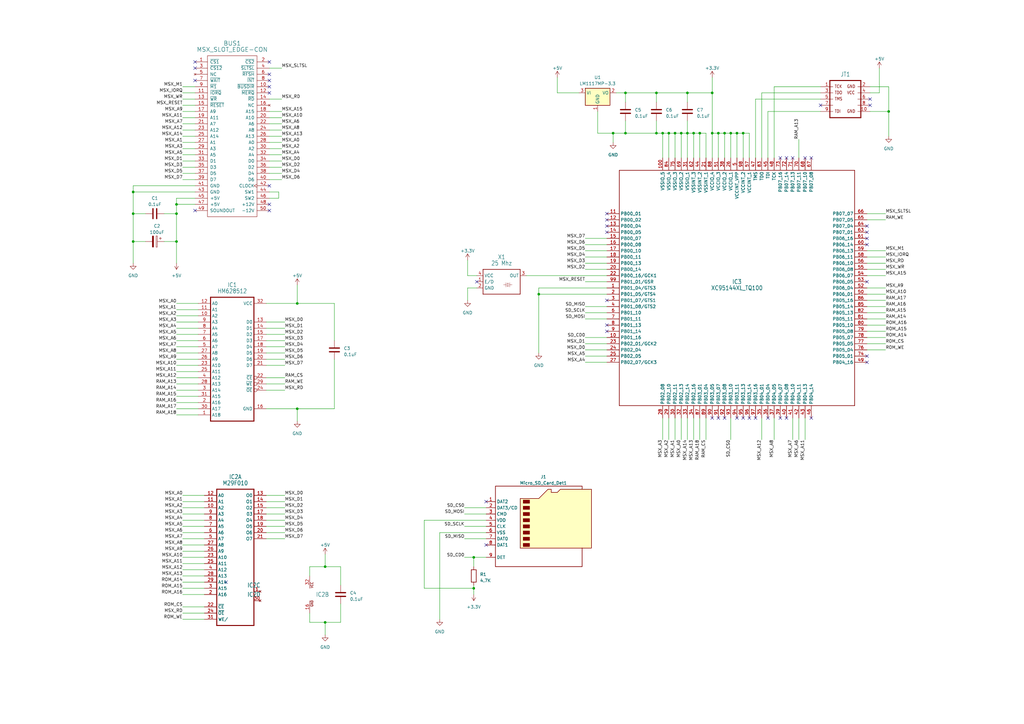
<source format=kicad_sch>
(kicad_sch (version 20230121) (generator eeschema)
  (paper "A3")
  (title_block (title "microSDMapper v1") (date "2023-03-20") (rev "1.0") (company "The Retro Hacker") (comment 1 "Original circuit by Luciano Sturaro") (comment 2 "Reloaded by Cristiano Goncalves") (comment 4 "microSD Mapper v1"))
  (junction (at 271.78 54.61))
  (junction (at 279.4 54.61))
  (junction (at 297.18 54.61))
  (junction (at 121.92 167.64))
  (junction (at 133.35 255.27))
  (junction (at 299.72 54.61))
  (junction (at 121.92 124.46))
  (junction (at 302.26 54.61))
  (junction (at 304.8 54.61))
  (junction (at 269.24 54.61))
  (junction (at 292.1 38.1))
  (junction (at 284.48 54.61))
  (junction (at 220.98 120.65))
  (junction (at 72.39 83.82))
  (junction (at 194.31 228.6))
  (junction (at 72.39 99.06))
  (junction (at 194.31 241.3))
  (junction (at 251.46 54.61))
  (junction (at 54.61 99.06))
  (junction (at 256.54 38.1))
  (junction (at 54.61 87.63))
  (junction (at 287.02 54.61))
  (junction (at 281.94 38.1))
  (junction (at 292.1 54.61))
  (junction (at 274.32 54.61))
  (junction (at 54.61 78.74))
  (junction (at 269.24 38.1))
  (junction (at 364.49 45.72))
  (junction (at 281.94 54.61))
  (junction (at 72.39 87.63))
  (junction (at 276.86 54.61))
  (junction (at 294.64 54.61))
  (junction (at 133.35 232.41))
  (junction (at 256.54 54.61))
  (no_connect (at 330.2 64.77))
  (no_connect (at 325.12 64.77))
  (no_connect (at 110.49 25.4))
  (no_connect (at 355.6 92.71))
  (no_connect (at 355.6 100.33))
  (no_connect (at 355.6 146.05))
  (no_connect (at 248.92 87.63))
  (no_connect (at 320.04 171.45))
  (no_connect (at 355.6 115.57))
  (no_connect (at 80.01 27.94))
  (no_connect (at 248.92 95.25))
  (no_connect (at 110.49 33.02))
  (no_connect (at 199.39 223.52))
  (no_connect (at 332.74 171.45))
  (no_connect (at 195.58 115.57))
  (no_connect (at 110.49 76.2))
  (no_connect (at 336.55 43.18))
  (no_connect (at 322.58 171.45))
  (no_connect (at 304.8 171.45))
  (no_connect (at 80.01 25.4))
  (no_connect (at 110.49 83.82))
  (no_connect (at 309.88 171.45))
  (no_connect (at 355.6 97.79))
  (no_connect (at 322.58 64.77))
  (no_connect (at 320.04 64.77))
  (no_connect (at 110.49 38.1))
  (no_connect (at 110.49 30.48))
  (no_connect (at 248.92 123.19))
  (no_connect (at 248.92 92.71))
  (no_connect (at 80.01 33.02))
  (no_connect (at 248.92 133.35))
  (no_connect (at 292.1 171.45))
  (no_connect (at 294.64 171.45))
  (no_connect (at 307.34 171.45))
  (no_connect (at 355.6 148.59))
  (no_connect (at 355.6 95.25))
  (no_connect (at 92.71 238.76))
  (no_connect (at 248.92 90.17))
  (no_connect (at 199.39 205.74))
  (no_connect (at 314.96 171.45))
  (no_connect (at 248.92 135.89))
  (no_connect (at 297.18 171.45))
  (no_connect (at 332.74 64.77))
  (no_connect (at 110.49 35.56))
  (no_connect (at 110.49 86.36))
  (no_connect (at 356.87 40.64))
  (no_connect (at 356.87 43.18))
  (no_connect (at 302.26 171.45))
  (no_connect (at 80.01 86.36))
  (wire (pts (xy 276.86 54.61) (xy 276.86 64.77)))
  (wire (pts (xy 240.03 128.27) (xy 248.92 128.27)))
  (wire (pts (xy 240.03 146.05) (xy 248.92 146.05)))
  (wire (pts (xy 355.6 120.65) (xy 363.22 120.65)))
  (wire (pts (xy 127 251.46) (xy 127 255.27)))
  (wire (pts (xy 74.93 48.26) (xy 80.01 48.26)))
  (wire (pts (xy 194.31 240.03) (xy 194.31 241.3)))
  (wire (pts (xy 67.31 87.63) (xy 72.39 87.63)))
  (wire (pts (xy 72.39 162.56) (xy 81.28 162.56)))
  (wire (pts (xy 133.35 227.33) (xy 133.35 232.41)))
  (wire (pts (xy 109.22 142.24) (xy 116.84 142.24)))
  (wire (pts (xy 256.54 54.61) (xy 269.24 54.61)))
  (wire (pts (xy 292.1 31.75) (xy 292.1 38.1)))
  (wire (pts (xy 74.93 66.04) (xy 80.01 66.04)))
  (wire (pts (xy 110.49 55.88) (xy 115.57 55.88)))
  (wire (pts (xy 110.49 68.58) (xy 115.57 68.58)))
  (wire (pts (xy 256.54 38.1) (xy 252.73 38.1)))
  (wire (pts (xy 355.6 102.87) (xy 363.22 102.87)))
  (wire (pts (xy 114.3 81.28) (xy 110.49 81.28)))
  (wire (pts (xy 294.64 54.61) (xy 292.1 54.61)))
  (wire (pts (xy 121.92 167.64) (xy 121.92 172.72)))
  (wire (pts (xy 72.39 83.82) (xy 72.39 87.63)))
  (wire (pts (xy 139.7 232.41) (xy 133.35 232.41)))
  (wire (pts (xy 355.6 140.97) (xy 363.22 140.97)))
  (wire (pts (xy 245.11 54.61) (xy 251.46 54.61)))
  (wire (pts (xy 302.26 54.61) (xy 299.72 54.61)))
  (wire (pts (xy 237.49 38.1) (xy 228.6 38.1)))
  (wire (pts (xy 317.5 171.45) (xy 317.5 180.34)))
  (wire (pts (xy 72.39 129.54) (xy 81.28 129.54)))
  (wire (pts (xy 54.61 87.63) (xy 54.61 99.06)))
  (wire (pts (xy 284.48 54.61) (xy 287.02 54.61)))
  (wire (pts (xy 110.49 50.8) (xy 115.57 50.8)))
  (wire (pts (xy 312.42 64.77) (xy 312.42 38.1)))
  (wire (pts (xy 72.39 83.82) (xy 80.01 83.82)))
  (wire (pts (xy 240.03 107.95) (xy 248.92 107.95)))
  (wire (pts (xy 72.39 139.7) (xy 81.28 139.7)))
  (wire (pts (xy 110.49 58.42) (xy 115.57 58.42)))
  (wire (pts (xy 74.93 210.82) (xy 83.82 210.82)))
  (wire (pts (xy 74.93 71.12) (xy 80.01 71.12)))
  (wire (pts (xy 281.94 54.61) (xy 284.48 54.61)))
  (wire (pts (xy 287.02 171.45) (xy 287.02 180.34)))
  (wire (pts (xy 251.46 58.42) (xy 251.46 54.61)))
  (wire (pts (xy 299.72 171.45) (xy 299.72 180.34)))
  (wire (pts (xy 109.22 218.44) (xy 116.84 218.44)))
  (wire (pts (xy 355.6 87.63) (xy 363.22 87.63)))
  (wire (pts (xy 80.01 81.28) (xy 72.39 81.28)))
  (wire (pts (xy 281.94 38.1) (xy 281.94 41.91)))
  (wire (pts (xy 289.56 64.77) (xy 289.56 54.61)))
  (wire (pts (xy 309.88 64.77) (xy 309.88 40.64)))
  (wire (pts (xy 121.92 116.84) (xy 121.92 124.46)))
  (wire (pts (xy 72.39 152.4) (xy 81.28 152.4)))
  (wire (pts (xy 121.92 124.46) (xy 137.16 124.46)))
  (wire (pts (xy 72.39 137.16) (xy 81.28 137.16)))
  (wire (pts (xy 109.22 160.02) (xy 116.84 160.02)))
  (wire (pts (xy 240.03 100.33) (xy 248.92 100.33)))
  (wire (pts (xy 74.93 248.92) (xy 83.82 248.92)))
  (wire (pts (xy 355.6 143.51) (xy 363.22 143.51)))
  (wire (pts (xy 173.99 241.3) (xy 194.31 241.3)))
  (wire (pts (xy 109.22 157.48) (xy 116.84 157.48)))
  (wire (pts (xy 355.6 128.27) (xy 363.22 128.27)))
  (wire (pts (xy 190.5 215.9) (xy 199.39 215.9)))
  (wire (pts (xy 110.49 53.34) (xy 115.57 53.34)))
  (wire (pts (xy 355.6 123.19) (xy 363.22 123.19)))
  (wire (pts (xy 220.98 118.11) (xy 220.98 120.65)))
  (wire (pts (xy 110.49 73.66) (xy 115.57 73.66)))
  (wire (pts (xy 74.93 205.74) (xy 83.82 205.74)))
  (wire (pts (xy 133.35 255.27) (xy 139.7 255.27)))
  (wire (pts (xy 297.18 54.61) (xy 294.64 54.61)))
  (wire (pts (xy 317.5 35.56) (xy 336.55 35.56)))
  (wire (pts (xy 74.93 58.42) (xy 80.01 58.42)))
  (wire (pts (xy 279.4 54.61) (xy 279.4 64.77)))
  (wire (pts (xy 72.39 160.02) (xy 81.28 160.02)))
  (wire (pts (xy 114.3 78.74) (xy 114.3 81.28)))
  (wire (pts (xy 276.86 171.45) (xy 276.86 180.34)))
  (wire (pts (xy 281.94 171.45) (xy 281.94 180.34)))
  (wire (pts (xy 314.96 45.72) (xy 336.55 45.72)))
  (wire (pts (xy 240.03 140.97) (xy 248.92 140.97)))
  (wire (pts (xy 110.49 78.74) (xy 114.3 78.74)))
  (wire (pts (xy 109.22 220.98) (xy 116.84 220.98)))
  (wire (pts (xy 74.93 50.8) (xy 80.01 50.8)))
  (wire (pts (xy 302.26 54.61) (xy 302.26 64.77)))
  (wire (pts (xy 72.39 149.86) (xy 81.28 149.86)))
  (wire (pts (xy 72.39 132.08) (xy 81.28 132.08)))
  (wire (pts (xy 269.24 49.53) (xy 269.24 54.61)))
  (wire (pts (xy 292.1 54.61) (xy 292.1 38.1)))
  (wire (pts (xy 72.39 147.32) (xy 81.28 147.32)))
  (wire (pts (xy 190.5 220.98) (xy 199.39 220.98)))
  (wire (pts (xy 74.93 53.34) (xy 80.01 53.34)))
  (wire (pts (xy 294.64 64.77) (xy 294.64 54.61)))
  (wire (pts (xy 240.03 105.41) (xy 248.92 105.41)))
  (wire (pts (xy 245.11 54.61) (xy 245.11 45.72)))
  (wire (pts (xy 74.93 254) (xy 83.82 254)))
  (wire (pts (xy 194.31 228.6) (xy 194.31 232.41)))
  (wire (pts (xy 194.31 241.3) (xy 194.31 243.84)))
  (wire (pts (xy 72.39 134.62) (xy 81.28 134.62)))
  (wire (pts (xy 355.6 138.43) (xy 363.22 138.43)))
  (wire (pts (xy 355.6 135.89) (xy 363.22 135.89)))
  (wire (pts (xy 74.93 63.5) (xy 80.01 63.5)))
  (wire (pts (xy 72.39 99.06) (xy 72.39 107.95)))
  (wire (pts (xy 80.01 76.2) (xy 54.61 76.2)))
  (wire (pts (xy 199.39 218.44) (xy 180.34 218.44)))
  (wire (pts (xy 110.49 71.12) (xy 115.57 71.12)))
  (wire (pts (xy 72.39 142.24) (xy 81.28 142.24)))
  (wire (pts (xy 240.03 110.49) (xy 248.92 110.49)))
  (wire (pts (xy 355.6 130.81) (xy 363.22 130.81)))
  (wire (pts (xy 297.18 54.61) (xy 297.18 64.77)))
  (wire (pts (xy 72.39 157.48) (xy 81.28 157.48)))
  (wire (pts (xy 72.39 170.18) (xy 81.28 170.18)))
  (wire (pts (xy 304.8 54.61) (xy 302.26 54.61)))
  (wire (pts (xy 356.87 35.56) (xy 364.49 35.56)))
  (wire (pts (xy 312.42 171.45) (xy 312.42 180.34)))
  (wire (pts (xy 271.78 54.61) (xy 274.32 54.61)))
  (wire (pts (xy 194.31 228.6) (xy 199.39 228.6)))
  (wire (pts (xy 284.48 171.45) (xy 284.48 180.34)))
  (wire (pts (xy 110.49 48.26) (xy 115.57 48.26)))
  (wire (pts (xy 274.32 54.61) (xy 276.86 54.61)))
  (wire (pts (xy 139.7 255.27) (xy 139.7 247.65)))
  (wire (pts (xy 109.22 154.94) (xy 116.84 154.94)))
  (wire (pts (xy 110.49 40.64) (xy 115.57 40.64)))
  (wire (pts (xy 274.32 54.61) (xy 274.32 64.77)))
  (wire (pts (xy 289.56 171.45) (xy 289.56 180.34)))
  (wire (pts (xy 72.39 154.94) (xy 81.28 154.94)))
  (wire (pts (xy 292.1 64.77) (xy 292.1 54.61)))
  (wire (pts (xy 74.93 226.06) (xy 83.82 226.06)))
  (wire (pts (xy 364.49 45.72) (xy 364.49 55.88)))
  (wire (pts (xy 74.93 231.14) (xy 83.82 231.14)))
  (wire (pts (xy 74.93 251.46) (xy 83.82 251.46)))
  (wire (pts (xy 251.46 54.61) (xy 256.54 54.61)))
  (wire (pts (xy 190.5 208.28) (xy 199.39 208.28)))
  (wire (pts (xy 271.78 171.45) (xy 271.78 180.34)))
  (wire (pts (xy 109.22 137.16) (xy 116.84 137.16)))
  (wire (pts (xy 74.93 228.6) (xy 83.82 228.6)))
  (wire (pts (xy 195.58 113.03) (xy 191.77 113.03)))
  (wire (pts (xy 240.03 130.81) (xy 248.92 130.81)))
  (wire (pts (xy 109.22 124.46) (xy 121.92 124.46)))
  (wire (pts (xy 355.6 107.95) (xy 363.22 107.95)))
  (wire (pts (xy 228.6 38.1) (xy 228.6 31.75)))
  (wire (pts (xy 110.49 60.96) (xy 115.57 60.96)))
  (wire (pts (xy 109.22 208.28) (xy 116.84 208.28)))
  (wire (pts (xy 74.93 243.84) (xy 83.82 243.84)))
  (wire (pts (xy 240.03 97.79) (xy 248.92 97.79)))
  (wire (pts (xy 54.61 78.74) (xy 54.61 87.63)))
  (wire (pts (xy 109.22 139.7) (xy 116.84 139.7)))
  (wire (pts (xy 317.5 64.77) (xy 317.5 35.56)))
  (wire (pts (xy 191.77 113.03) (xy 191.77 106.68)))
  (wire (pts (xy 137.16 147.32) (xy 137.16 167.64)))
  (wire (pts (xy 248.92 118.11) (xy 220.98 118.11)))
  (wire (pts (xy 240.03 115.57) (xy 248.92 115.57)))
  (wire (pts (xy 74.93 233.68) (xy 83.82 233.68)))
  (wire (pts (xy 279.4 171.45) (xy 279.4 180.34)))
  (wire (pts (xy 287.02 54.61) (xy 289.56 54.61)))
  (wire (pts (xy 274.32 171.45) (xy 274.32 180.34)))
  (wire (pts (xy 72.39 87.63) (xy 72.39 99.06)))
  (wire (pts (xy 307.34 54.61) (xy 304.8 54.61)))
  (wire (pts (xy 248.92 120.65) (xy 220.98 120.65)))
  (wire (pts (xy 74.93 218.44) (xy 83.82 218.44)))
  (wire (pts (xy 276.86 54.61) (xy 279.4 54.61)))
  (wire (pts (xy 173.99 213.36) (xy 173.99 241.3)))
  (wire (pts (xy 355.6 118.11) (xy 363.22 118.11)))
  (wire (pts (xy 220.98 120.65) (xy 220.98 144.78)))
  (wire (pts (xy 109.22 149.86) (xy 116.84 149.86)))
  (wire (pts (xy 74.93 213.36) (xy 83.82 213.36)))
  (wire (pts (xy 269.24 38.1) (xy 281.94 38.1)))
  (wire (pts (xy 110.49 27.94) (xy 115.57 27.94)))
  (wire (pts (xy 240.03 125.73) (xy 248.92 125.73)))
  (wire (pts (xy 74.93 208.28) (xy 83.82 208.28)))
  (wire (pts (xy 240.03 148.59) (xy 248.92 148.59)))
  (wire (pts (xy 109.22 134.62) (xy 116.84 134.62)))
  (wire (pts (xy 195.58 118.11) (xy 191.77 118.11)))
  (wire (pts (xy 287.02 54.61) (xy 287.02 64.77)))
  (wire (pts (xy 355.6 105.41) (xy 363.22 105.41)))
  (wire (pts (xy 190.5 228.6) (xy 194.31 228.6)))
  (wire (pts (xy 304.8 54.61) (xy 304.8 64.77)))
  (wire (pts (xy 355.6 110.49) (xy 363.22 110.49)))
  (wire (pts (xy 190.5 210.82) (xy 199.39 210.82)))
  (wire (pts (xy 269.24 54.61) (xy 271.78 54.61)))
  (wire (pts (xy 314.96 64.77) (xy 314.96 45.72)))
  (wire (pts (xy 279.4 54.61) (xy 281.94 54.61)))
  (wire (pts (xy 325.12 171.45) (xy 325.12 180.34)))
  (wire (pts (xy 109.22 205.74) (xy 116.84 205.74)))
  (wire (pts (xy 327.66 171.45) (xy 327.66 180.34)))
  (wire (pts (xy 74.93 55.88) (xy 80.01 55.88)))
  (wire (pts (xy 269.24 38.1) (xy 269.24 41.91)))
  (wire (pts (xy 327.66 57.15) (xy 327.66 64.77)))
  (wire (pts (xy 360.68 38.1) (xy 356.87 38.1)))
  (wire (pts (xy 109.22 203.2) (xy 116.84 203.2)))
  (wire (pts (xy 72.39 127) (xy 81.28 127)))
  (wire (pts (xy 74.93 236.22) (xy 83.82 236.22)))
  (wire (pts (xy 110.49 66.04) (xy 115.57 66.04)))
  (wire (pts (xy 67.31 99.06) (xy 72.39 99.06)))
  (wire (pts (xy 292.1 38.1) (xy 281.94 38.1)))
  (wire (pts (xy 256.54 38.1) (xy 269.24 38.1)))
  (wire (pts (xy 72.39 165.1) (xy 81.28 165.1)))
  (wire (pts (xy 72.39 124.46) (xy 81.28 124.46)))
  (wire (pts (xy 74.93 215.9) (xy 83.82 215.9)))
  (wire (pts (xy 74.93 40.64) (xy 80.01 40.64)))
  (wire (pts (xy 355.6 90.17) (xy 363.22 90.17)))
  (wire (pts (xy 137.16 124.46) (xy 137.16 139.7)))
  (wire (pts (xy 307.34 64.77) (xy 307.34 54.61)))
  (wire (pts (xy 54.61 76.2) (xy 54.61 78.74)))
  (wire (pts (xy 74.93 223.52) (xy 83.82 223.52)))
  (wire (pts (xy 191.77 118.11) (xy 191.77 123.19)))
  (wire (pts (xy 121.92 167.64) (xy 109.22 167.64)))
  (wire (pts (xy 360.68 27.94) (xy 360.68 38.1)))
  (wire (pts (xy 109.22 132.08) (xy 116.84 132.08)))
  (wire (pts (xy 330.2 171.45) (xy 330.2 180.34)))
  (wire (pts (xy 309.88 40.64) (xy 336.55 40.64)))
  (wire (pts (xy 133.35 255.27) (xy 133.35 260.35)))
  (wire (pts (xy 72.39 144.78) (xy 81.28 144.78)))
  (wire (pts (xy 240.03 143.51) (xy 248.92 143.51)))
  (wire (pts (xy 74.93 43.18) (xy 80.01 43.18)))
  (wire (pts (xy 355.6 133.35) (xy 363.22 133.35)))
  (wire (pts (xy 299.72 54.61) (xy 297.18 54.61)))
  (wire (pts (xy 137.16 167.64) (xy 121.92 167.64)))
  (wire (pts (xy 109.22 144.78) (xy 116.84 144.78)))
  (wire (pts (xy 110.49 63.5) (xy 115.57 63.5)))
  (wire (pts (xy 109.22 213.36) (xy 116.84 213.36)))
  (wire (pts (xy 180.34 218.44) (xy 180.34 254)))
  (wire (pts (xy 139.7 240.03) (xy 139.7 232.41)))
  (wire (pts (xy 109.22 215.9) (xy 116.84 215.9)))
  (wire (pts (xy 74.93 220.98) (xy 83.82 220.98)))
  (wire (pts (xy 199.39 213.36) (xy 173.99 213.36)))
  (wire (pts (xy 54.61 87.63) (xy 59.69 87.63)))
  (wire (pts (xy 281.94 54.61) (xy 281.94 64.77)))
  (wire (pts (xy 54.61 99.06) (xy 54.61 107.95)))
  (wire (pts (xy 240.03 102.87) (xy 248.92 102.87)))
  (wire (pts (xy 356.87 45.72) (xy 364.49 45.72)))
  (wire (pts (xy 256.54 49.53) (xy 256.54 54.61)))
  (wire (pts (xy 72.39 167.64) (xy 81.28 167.64)))
  (wire (pts (xy 72.39 81.28) (xy 72.39 83.82)))
  (wire (pts (xy 74.93 73.66) (xy 80.01 73.66)))
  (wire (pts (xy 74.93 238.76) (xy 83.82 238.76)))
  (wire (pts (xy 127 232.41) (xy 127 236.22)))
  (wire (pts (xy 74.93 45.72) (xy 80.01 45.72)))
  (wire (pts (xy 364.49 35.56) (xy 364.49 45.72)))
  (wire (pts (xy 74.93 38.1) (xy 80.01 38.1)))
  (wire (pts (xy 74.93 60.96) (xy 80.01 60.96)))
  (wire (pts (xy 74.93 35.56) (xy 80.01 35.56)))
  (wire (pts (xy 271.78 54.61) (xy 271.78 64.77)))
  (wire (pts (xy 110.49 45.72) (xy 115.57 45.72)))
  (wire (pts (xy 240.03 138.43) (xy 248.92 138.43)))
  (wire (pts (xy 355.6 125.73) (xy 363.22 125.73)))
  (wire (pts (xy 54.61 99.06) (xy 59.69 99.06)))
  (wire (pts (xy 109.22 147.32) (xy 116.84 147.32)))
  (wire (pts (xy 215.9 113.03) (xy 248.92 113.03)))
  (wire (pts (xy 133.35 232.41) (xy 127 232.41)))
  (wire (pts (xy 74.93 203.2) (xy 83.82 203.2)))
  (wire (pts (xy 355.6 113.03) (xy 363.22 113.03)))
  (wire (pts (xy 312.42 38.1) (xy 336.55 38.1)))
  (wire (pts (xy 299.72 54.61) (xy 299.72 64.77)))
  (wire (pts (xy 284.48 54.61) (xy 284.48 64.77)))
  (wire (pts (xy 109.22 210.82) (xy 116.84 210.82)))
  (wire (pts (xy 256.54 38.1) (xy 256.54 41.91)))
  (wire (pts (xy 74.93 241.3) (xy 83.82 241.3)))
  (wire (pts (xy 74.93 68.58) (xy 80.01 68.58)))
  (wire (pts (xy 281.94 49.53) (xy 281.94 54.61)))
  (wire (pts (xy 127 255.27) (xy 133.35 255.27)))
  (wire (pts (xy 54.61 78.74) (xy 80.01 78.74)))
  (label "MSX_D6" (at 240.03 100.33 180))
  (label "MSX_A9" (at 74.93 226.06 180))
  (label "MSX_A0" (at 74.93 203.2 180))
  (label "SD_CS0" (at 299.72 180.34 270) (effects (font (size 1.2446 1.2446))))
  (label "MSX_A8" (at 74.93 223.52 180))
  (label "MSX_D2" (at 240.03 110.49 180))
  (label "MSX_D0" (at 115.57 66.04 0))
  (label "MSX_A11" (at 74.93 48.26 180))
  (label "MSX_A0" (at 115.57 58.42 0))
  (label "MSX_A3" (at 74.93 210.82 180))
  (label "MSX_A1" (at 72.39 127 180))
  (label "ROM_A15" (at 363.22 135.89 0))
  (label "MSX_A4" (at 115.57 63.5 0))
  (label "MSX_D1" (at 74.93 66.04 180))
  (label "MSX_D1" (at 116.84 134.62 0))
  (label "MSX_A4" (at 240.03 148.59 180))
  (label "RAM_A15" (at 363.22 128.27 0))
  (label "RAM_A16" (at 363.22 125.73 0))
  (label "MSX_D6" (at 116.84 147.32 0))
  (label "RAM_WE" (at 116.84 157.48 0))
  (label "MSX_A8" (at 317.5 180.34 270))
  (label "MSX_A1" (at 276.86 180.34 270))
  (label "MSX_A14" (at 74.93 55.88 180))
  (label "MSX_M1" (at 363.22 102.87 0))
  (label "MSX_RESET" (at 74.93 43.18 180))
  (label "MSX_IORQ" (at 74.93 38.1 180))
  (label "MSX_A10" (at 115.57 48.26 0))
  (label "MSX_A14" (at 281.94 180.34 270))
  (label "RAM_CS" (at 289.56 180.34 270))
  (label "MSX_A13" (at 115.57 55.88 0))
  (label "MSX_A3" (at 74.93 60.96 180))
  (label "MSX_A3" (at 72.39 132.08 180))
  (label "MSX_D6" (at 116.84 218.44 0))
  (label "MSX_RD" (at 74.93 251.46 180))
  (label "ROM_A14" (at 74.93 238.76 180))
  (label "RAM_CS" (at 116.84 154.94 0))
  (label "MSX_RD" (at 115.57 40.64 0))
  (label "MSX_D7" (at 116.84 220.98 0))
  (label "MSX_A7" (at 74.93 50.8 180))
  (label "RAM_A13" (at 327.66 57.15 90))
  (label "MSX_D0" (at 116.84 203.2 0))
  (label "MSX_WR" (at 74.93 40.64 180))
  (label "MSX_D5" (at 116.84 144.78 0))
  (label "ROM_WE" (at 363.22 143.51 0) (effects (font (size 1.2446 1.2446))))
  (label "MSX_A8" (at 115.57 53.34 0))
  (label "MSX_D4" (at 240.03 105.41 180))
  (label "MSX_A13" (at 284.48 180.34 270))
  (label "SD_CD0" (at 190.5 228.6 180) (effects (font (size 1.2446 1.2446))))
  (label "MSX_D3" (at 74.93 68.58 180))
  (label "ROM_A16" (at 363.22 133.35 0))
  (label "ROM_A16" (at 74.93 243.84 180))
  (label "MSX_D7" (at 74.93 73.66 180))
  (label "MSX_D2" (at 116.84 137.16 0))
  (label "RAM_A14" (at 72.39 160.02 180))
  (label "MSX_D1" (at 116.84 205.74 0))
  (label "MSX_A7" (at 325.12 180.34 270))
  (label "ROM_CS" (at 363.22 140.97 0) (effects (font (size 1.2446 1.2446))))
  (label "MSX_RD" (at 116.84 160.02 0))
  (label "ROM_WE" (at 74.93 254 180))
  (label "MSX_A0" (at 279.4 180.34 270))
  (label "MSX_A2" (at 115.57 60.96 0))
  (label "MSX_A2" (at 274.32 180.34 270))
  (label "MSX_D2" (at 115.57 68.58 0))
  (label "MSX_A12" (at 74.93 53.34 180))
  (label "MSX_A4" (at 72.39 134.62 180))
  (label "MSX_A7" (at 74.93 220.98 180))
  (label "SD_SCLK" (at 240.03 128.27 180) (effects (font (size 1.2446 1.2446))))
  (label "MSX_D2" (at 116.84 208.28 0))
  (label "MSX_A11" (at 72.39 152.4 180))
  (label "MSX_A0" (at 72.39 124.46 180))
  (label "SD_SCLK" (at 190.5 215.9 180) (effects (font (size 1.2446 1.2446))))
  (label "MSX_A10" (at 363.22 120.65 0))
  (label "MSX_A5" (at 72.39 137.16 180))
  (label "ROM_CS" (at 74.93 248.92 180))
  (label "MSX_D6" (at 115.57 73.66 0))
  (label "MSX_A12" (at 72.39 154.94 180))
  (label "RAM_A17" (at 363.22 123.19 0))
  (label "RAM_A18" (at 287.02 180.34 270))
  (label "MSX_D5" (at 240.03 102.87 180))
  (label "MSX_A10" (at 72.39 149.86 180))
  (label "MSX_D4" (at 116.84 142.24 0))
  (label "MSX_D5" (at 74.93 71.12 180))
  (label "SD_MOSI" (at 240.03 130.81 180) (effects (font (size 1.2446 1.2446))))
  (label "MSX_M1" (at 74.93 35.56 180))
  (label "MSX_A13" (at 74.93 236.22 180))
  (label "MSX_A2" (at 74.93 208.28 180))
  (label "MSX_D3" (at 116.84 210.82 0))
  (label "MSX_SLTSL" (at 363.22 87.63 0))
  (label "MSX_D7" (at 240.03 97.79 180))
  (label "MSX_A5" (at 74.93 215.9 180))
  (label "MSX_A6" (at 72.39 139.7 180))
  (label "MSX_WR" (at 363.22 110.49 0))
  (label "RAM_A18" (at 72.39 170.18 180))
  (label "ROM_A15" (at 74.93 241.3 180))
  (label "MSX_A6" (at 74.93 218.44 180))
  (label "MSX_A10" (at 74.93 228.6 180))
  (label "MSX_D0" (at 116.84 132.08 0))
  (label "RAM_A13" (at 72.39 157.48 180))
  (label "SD_MOSI" (at 190.5 210.82 180) (effects (font (size 1.2446 1.2446))))
  (label "MSX_A15" (at 363.22 113.03 0))
  (label "MSX_A9" (at 74.93 45.72 180))
  (label "MSX_D4" (at 116.84 213.36 0))
  (label "MSX_SLTSL" (at 115.57 27.94 0))
  (label "MSX_A1" (at 74.93 205.74 180))
  (label "RAM_A14" (at 363.22 130.81 0))
  (label "MSX_D1" (at 240.03 140.97 180))
  (label "MSX_A1" (at 74.93 58.42 180))
  (label "MSX_A9" (at 72.39 147.32 180))
  (label "RAM_A17" (at 72.39 167.64 180))
  (label "SD_CS0" (at 190.5 208.28 180) (effects (font (size 1.2446 1.2446))))
  (label "ROM_A14" (at 363.22 138.43 0))
  (label "MSX_A9" (at 363.22 118.11 0))
  (label "SD_CD0" (at 240.03 138.43 180) (effects (font (size 1.2446 1.2446))))
  (label "MSX_A4" (at 74.93 213.36 180))
  (label "RAM_A15" (at 72.39 162.56 180))
  (label "MSX_D5" (at 116.84 215.9 0))
  (label "SD_MISO" (at 240.03 125.73 180) (effects (font (size 1.2446 1.2446))))
  (label "MSX_A8" (at 72.39 144.78 180))
  (label "MSX_IORQ" (at 363.22 105.41 0))
  (label "MSX_A11" (at 74.93 231.14 180))
  (label "MSX_A6" (at 115.57 50.8 0))
  (label "MSX_RESET" (at 240.03 115.57 180))
  (label "MSX_A15" (at 115.57 45.72 0))
  (label "MSX_A11" (at 330.2 180.34 270))
  (label "MSX_D7" (at 116.84 149.86 0))
  (label "MSX_A3" (at 271.78 180.34 270))
  (label "MSX_A12" (at 312.42 180.34 270))
  (label "SD_MISO" (at 190.5 220.98 180) (effects (font (size 1.2446 1.2446))))
  (label "MSX_RD" (at 363.22 107.95 0))
  (label "MSX_D3" (at 240.03 107.95 180))
  (label "MSX_A5" (at 240.03 146.05 180))
  (label "MSX_D0" (at 240.03 143.51 180))
  (label "MSX_A7" (at 72.39 142.24 180))
  (label "MSX_A2" (at 72.39 129.54 180))
  (label "MSX_A12" (at 74.93 233.68 180))
  (label "MSX_D3" (at 116.84 139.7 0))
  (label "MSX_A6" (at 327.66 180.34 270))
  (label "MSX_A5" (at 74.93 63.5 180))
  (label "MSX_D4" (at 115.57 71.12 0))
  (label "RAM_WE" (at 363.22 90.17 0) (effects (font (size 1.2446 1.2446))))
  (label "RAM_A16" (at 72.39 165.1 180))
  (symbol (lib_id "CRISAG:Micro_SD_Card_Det1") (at 222.25 215.9 0) (unit 1)
    (property "Reference" "J1" (at 222.885 195.58 0))
    (property "Value" "Micro_SD_Card_Det1" (at 222.885 198.12 0))
    (property "Footprint" "CRISAG:Conn_uSDcard" (effects hide))
    (property "Datasheet" "https://datasheet.lcsc.com/lcsc/2110151630_XKB-Connectivity-XKTF-015-N_C381082.pdf" (effects hide))
  )
  (symbol (lib_id "Device:C") (at 281.94 45.72 0) (unit 1)
    (property "Reference" "C7" (at 285.75 45.085 0) (effects (justify left)))
    (property "Value" "0.1uF" (at 285.75 47.625 0) (effects (justify left)))
    (property "Footprint" "Capacitor_SMD:C_0603_1608Metric_Pad1.08x0.95mm_HandSolder" (effects hide))
  )
  (symbol (lib_id "power:GND") (at 251.46 58.42 0) (unit 1)
    (property "Reference" "#PWR013" (effects hide))
    (property "Value" "GND" (at 251.46 63.5 0))
  )
  (symbol (lib_id "Device:C") (at 137.16 143.51 0) (unit 1)
    (property "Reference" "C3" (at 140.97 142.875 0) (effects (justify left)))
    (property "Value" "0.1uF" (at 140.97 145.415 0) (effects (justify left)))
    (property "Footprint" "Capacitor_SMD:C_0603_1608Metric_Pad1.08x0.95mm_HandSolder" (effects hide))
  )
  (symbol (lib_id "power:+3.3V") (at 191.77 106.68 0) (unit 1)
    (property "Reference" "#PWR07" (effects hide))
    (property "Value" "+3.3V" (at 191.77 102.87 0))
  )
  (symbol (lib_id "Device:C") (at 269.24 45.72 0) (unit 1)
    (property "Reference" "C6" (at 273.05 45.085 0) (effects (justify left)))
    (property "Value" "0.1uF" (at 273.05 47.625 0) (effects (justify left)))
    (property "Footprint" "Capacitor_SMD:C_0603_1608Metric_Pad1.08x0.95mm_HandSolder" (effects hide))
  )
  (symbol (lib_id "CRISAG:AM29F010B") (at 104.14 242.57 180) (unit 3)
    (property "Reference" "IC2" (at 104.14 240.03 0) (effects (font (size 1.778 1.5113))))
    (property "Value" "M29F010" (effects hide))
    (property "Footprint" "Package_LCC:PLCC-32_11.4x14.0mm_P1.27mm" (effects hide))
  )
  (symbol (lib_id "Device:C") (at 256.54 45.72 0) (unit 1)
    (property "Reference" "C5" (at 260.35 45.085 0) (effects (justify left)))
    (property "Value" "0.1uF" (at 260.35 47.625 0) (effects (justify left)))
    (property "Footprint" "Capacitor_SMD:C_0603_1608Metric_Pad1.08x0.95mm_HandSolder" (effects hide))
  )
  (symbol (lib_id "Device:C") (at 63.5 87.63 90) (unit 1)
    (property "Reference" "C1" (at 63.5 81.28 90))
    (property "Value" "0.1uF" (at 63.5 83.82 90))
    (property "Footprint" "Capacitor_SMD:C_0603_1608Metric_Pad1.08x0.95mm_HandSolder" (effects hide))
  )
  (symbol (lib_id "CRISAG:AM29F010B") (at 127 243.84 0) (unit 2)
    (property "Reference" "IC2" (at 129.54 243.8276 0) (effects (font (size 1.778 1.5113)) (justify left)))
    (property "Value" "M29F010" (effects hide))
    (property "Footprint" "Package_LCC:PLCC-32_11.4x14.0mm_P1.27mm" (effects hide))
  )
  (symbol (lib_id "power:+5V") (at 121.92 116.84 0) (unit 1)
    (property "Reference" "#PWR03" (effects hide))
    (property "Value" "+5V" (at 121.92 113.03 0))
  )
  (symbol (lib_id "Device:R") (at 194.31 236.22 0) (unit 1)
    (property "Reference" "R1" (at 196.85 235.585 0) (effects (justify left)))
    (property "Value" "4.7K" (at 196.85 238.125 0) (effects (justify left)))
    (property "Footprint" "Resistor_SMD:R_0603_1608Metric_Pad0.98x0.95mm_HandSolder" (effects hide))
  )
  (symbol (lib_id "power:GND") (at 220.98 144.78 0) (unit 1)
    (property "Reference" "#PWR010" (effects hide))
    (property "Value" "GND" (at 220.98 149.86 0))
  )
  (symbol (lib_id "CRISAG:AM29F010B") (at 104.14 246.38 180) (unit 4)
    (property "Reference" "IC2" (at 104.14 243.84 0) (effects (font (size 1.778 1.5113))))
    (property "Value" "M29F010" (effects hide))
    (property "Footprint" "Package_LCC:PLCC-32_11.4x14.0mm_P1.27mm" (effects hide))
  )
  (symbol (lib_id "power:GND") (at 180.34 254 0) (unit 1)
    (property "Reference" "#PWR011" (effects hide))
    (property "Value" "GND" (at 180.34 259.08 0))
  )
  (symbol (lib_id "Device:C_Polarized") (at 63.5 99.06 270) (unit 1)
    (property "Reference" "C2" (at 64.389 92.71 90))
    (property "Value" "100uF" (at 64.389 95.25 90))
    (property "Footprint" "Capacitor_SMD:CP_Elec_5x4.5" (effects hide))
  )
  (symbol (lib_id "Regulator_Linear:LM1117MP-3.3") (at 245.11 38.1 0) (unit 1)
    (property "Reference" "U1" (at 245.11 31.75 0))
    (property "Value" "LM1117MP-3.3" (at 245.11 34.29 0))
    (property "Footprint" "Package_TO_SOT_SMD:SOT-223-3_TabPin2" (effects hide))
    (property "Datasheet" "http://www.ti.com/lit/ds/symlink/lm1117.pdf" (effects hide))
  )
  (symbol (lib_id "power:GND") (at 121.92 172.72 0) (unit 1)
    (property "Reference" "#PWR04" (effects hide))
    (property "Value" "GND" (at 121.92 177.8 0))
  )
  (symbol (lib_id "CRISAG:JTAG1A") (at 346.71 40.64 0) (unit 1)
    (property "Reference" "JT1" (at 346.71 30.48 0) (effects (font (size 1.778 1.5113))))
    (property "Value" "JTAG1A" (effects hide))
    (property "Footprint" "Connector_PinHeader_2.54mm:PinHeader_2x05_P2.54mm_Vertical" (effects hide))
  )
  (symbol (lib_id "power:+3.3V") (at 292.1 31.75 0) (unit 1)
    (property "Reference" "#PWR014" (effects hide))
    (property "Value" "+3.3V" (at 292.1 27.94 0))
  )
  (symbol (lib_id "power:+5V") (at 228.6 31.75 0) (unit 1)
    (property "Reference" "#PWR012" (effects hide))
    (property "Value" "+5V" (at 228.6 27.94 0))
  )
  (symbol (lib_id "CRISAG:MSX_SLOT_EDGE-CON") (at 95.25 55.88 0) (unit 1) (in_bom no)
    (property "Reference" "BUS1" (at 95.25 17.78 0) (effects (font (size 1.778 1.778))))
    (property "Value" "MSX_SLOT_EDGE-CON" (at 95.25 20.32 0) (effects (font (size 1.778 1.778))))
    (property "Footprint" "CRISAG:msx_cartridge" (effects hide))
    (property "Datasheet" "https://www.msx.org/wiki/MSX_Cartridge_slot#Pinout_of_Standard_MSX_Cartridge_slot" (effects hide))
    (property "Manufacturer" "n/a" (effects hide))
    (property "MPN" "n/a" (effects hide))
  )
  (symbol (lib_id "power:GND") (at 191.77 123.19 0) (unit 1)
    (property "Reference" "#PWR08" (effects hide))
    (property "Value" "GND" (at 191.77 128.27 0))
  )
  (symbol (lib_id "power:+5V") (at 360.68 27.94 0) (unit 1)
    (property "Reference" "#PWR015" (effects hide))
    (property "Value" "+5V" (at 360.68 24.13 0))
  )
  (symbol (lib_id "CRISAG:XC95144XL_TQ100") (at 302.26 118.11 0) (unit 1)
    (property "Reference" "IC3" (at 302.26 115.57 0) (effects (font (size 1.778 1.5113))))
    (property "Value" "XC95144XL_TQ100" (at 302.26 118.11 0) (effects (font (size 1.778 1.5113))))
    (property "Footprint" "Package_QFP:VQFP-100_14x14mm_P0.5mm" (effects hide))
  )
  (symbol (lib_id "CRISAG:HM628512ASOP32") (at 96.52 147.32 0) (unit 1)
    (property "Reference" "IC1" (at 95.25 116.84 0) (effects (font (size 1.778 1.5113))))
    (property "Value" "HM628512" (at 95.25 119.38 0) (effects (font (size 1.778 1.5113))))
    (property "Footprint" "Package_SO:SSOP-32_11.305x20.495mm_P1.27mm" (effects hide))
  )
  (symbol (lib_id "power:+5V") (at 72.39 107.95 180) (unit 1)
    (property "Reference" "#PWR02" (effects hide))
    (property "Value" "+5V" (at 72.39 113.03 0))
  )
  (symbol (lib_id "CRISAG:SM77H") (at 205.74 115.57 0) (unit 1)
    (property "Reference" "X1" (at 205.74 105.41 0) (effects (font (size 1.778 1.5113))))
    (property "Value" "25 Mhz" (at 205.74 107.95 0) (effects (font (size 1.778 1.5113))))
    (property "Footprint" "Crystal:Crystal_SMD_7050-4Pin_7.0x5.0mm" (effects hide))
  )
  (symbol (lib_id "power:GND") (at 54.61 107.95 0) (unit 1)
    (property "Reference" "#PWR01" (effects hide))
    (property "Value" "GND" (at 54.61 113.03 0))
  )
  (symbol (lib_id "power:+3.3V") (at 194.31 243.84 180) (unit 1)
    (property "Reference" "#PWR09" (effects hide))
    (property "Value" "+3.3V" (at 194.31 248.92 0))
  )
  (symbol (lib_id "power:+5V") (at 133.35 227.33 0) (unit 1)
    (property "Reference" "#PWR05" (effects hide))
    (property "Value" "+5V" (at 133.35 223.52 0))
  )
  (symbol (lib_id "power:GND") (at 364.49 55.88 0) (unit 1)
    (property "Reference" "#PWR016" (effects hide))
    (property "Value" "GND" (at 364.49 60.96 0))
  )
  (symbol (lib_id "power:GND") (at 133.35 260.35 0) (unit 1)
    (property "Reference" "#PWR06" (effects hide))
    (property "Value" "GND" (at 133.35 265.43 0))
  )
  (symbol (lib_name "AM29F010B_1") (lib_id "CRISAG:AM29F010B") (at 96.52 226.06 0) (unit 1)
    (property "Reference" "IC2" (at 96.52 195.58 0) (effects (font (size 1.778 1.5113))))
    (property "Value" "M29F010" (at 96.52 198.12 0) (effects (font (size 1.778 1.5113))))
    (property "Footprint" "Package_LCC:PLCC-32_11.4x14.0mm_P1.27mm" (effects hide))
  )
  (symbol (lib_id "Device:C") (at 139.7 243.84 0) (unit 1)
    (property "Reference" "C4" (at 143.51 243.205 0) (effects (justify left)))
    (property "Value" "0.1uF" (at 143.51 245.745 0) (effects (justify left)))
    (property "Footprint" "Capacitor_SMD:C_0603_1608Metric_Pad1.08x0.95mm_HandSolder" (effects hide))
  )
)
</source>
